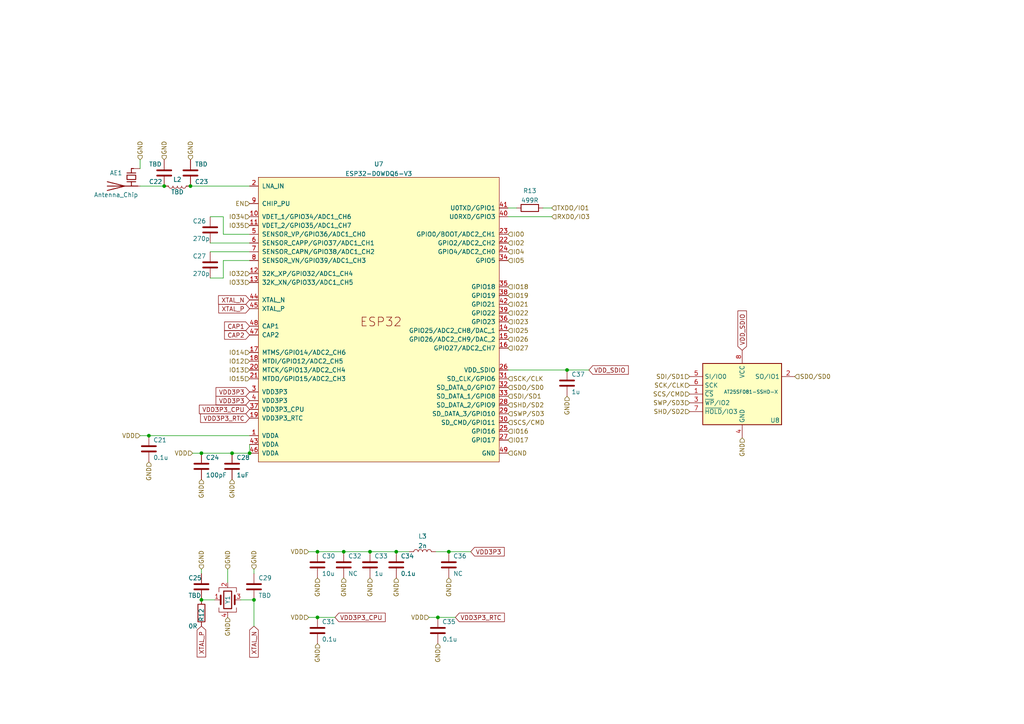
<source format=kicad_sch>
(kicad_sch (version 20211123) (generator eeschema)
  (paper "A4")
  (lib_symbols
    (symbol "Device:Antenna_Chip" (pin_numbers hide) (pin_names (offset 1.016) hide)
      (property "Reference" "AE" (at 0 5.08 0))
      (property "Value" "Antenna_Chip" (at 0 3.175 0))
      (symbol "Antenna_Chip_0_1"
        (polyline (pts (xy -2.54 0) (xy -2.54 -0.635)) (stroke (width 0.254)))
        (polyline (pts (xy -2.54 0) (xy -1.27 0)) (stroke (width 0.254)))
        (polyline (pts (xy 1.27 0) (xy 2.54 0)) (stroke (width 0.254)))
        (polyline (pts (xy 1.27 1.27) (xy 1.27 -1.27)) (stroke (width 0.254)))
        (polyline (pts (xy 2.54 -0.635) (xy 2.54 0)))
        (polyline (pts (xy 2.54 6.985) (xy 2.54 -1.905)) (stroke (width 0.254)))
        (polyline (pts (xy -1.27 1.27) (xy -1.27 -1.27) (xy -1.27 0)) (stroke (width 0.254)))
        (polyline (pts (xy 3.81 6.985) (xy 2.54 1.905) (xy 1.27 6.985)) (stroke (width 0.254)))
        (polyline (pts (xy -0.635 1.27) (xy 0.635 1.27) (xy 0.635 -1.27) (xy -0.635 -1.27) (xy -0.635 1.27)) (stroke (width 0.254)))
      )
      (symbol "Antenna_Chip_1_1"
        (pin input line (at -2.54 -2.54 90) (length 2.54) (name "FEED") (number "1"))
        (pin passive line (at 2.54 -2.54 90) (length 2.54) (name "PCB_Trace") (number "2"))
      )
    )
    (symbol "Device:C" (pin_numbers hide) (pin_names (offset 0.254))
      (property "Reference" "C" (at 0.635 2.54 0))
      (property "Value" "C" (at 0.635 -2.54 0))
      (symbol "C_0_1"
        (polyline (pts (xy -2.032 -0.762) (xy 2.032 -0.762)) (stroke (width 0.508)))
        (polyline (pts (xy -2.032 0.762) (xy 2.032 0.762)) (stroke (width 0.508)))
      )
      (symbol "C_1_1"
        (pin passive line (at 0 3.81 270) (length 2.794) (name "~") (number "1"))
        (pin passive line (at 0 -3.81 90) (length 2.794) (name "~") (number "2"))
      )
    )
    (symbol "Device:Crystal_GND24" (pin_names (offset 1.016) hide)
      (property "Reference" "Y" (at 3.175 5.08 0))
      (property "Value" "Crystal_GND24" (at 3.175 3.175 0))
      (symbol "Crystal_GND24_0_1"
        (rectangle (start -1.143 2.54) (end 1.143 -2.54) (stroke (width 0.3048)))
        (polyline (pts (xy -2.54 0) (xy -2.032 0)))
        (polyline (pts (xy -2.032 -1.27) (xy -2.032 1.27)) (stroke (width 0.508)))
        (polyline (pts (xy 0 -3.81) (xy 0 -3.556)))
        (polyline (pts (xy 0 3.556) (xy 0 3.81)))
        (polyline (pts (xy 2.032 -1.27) (xy 2.032 1.27)) (stroke (width 0.508)))
        (polyline (pts (xy 2.032 0) (xy 2.54 0)))
        (polyline (pts (xy -2.54 -2.286) (xy -2.54 -3.556) (xy 2.54 -3.556) (xy 2.54 -2.286)))
        (polyline (pts (xy -2.54 2.286) (xy -2.54 3.556) (xy 2.54 3.556) (xy 2.54 2.286)))
      )
      (symbol "Crystal_GND24_1_1"
        (pin passive line (at -3.81 0 0) (length 1.27) (name "1") (number "1"))
        (pin passive line (at 0 5.08 270) (length 1.27) (name "2") (number "2"))
        (pin passive line (at 3.81 0 180) (length 1.27) (name "3") (number "3"))
        (pin passive line (at 0 -5.08 90) (length 1.27) (name "4") (number "4"))
      )
    )
    (symbol "Device:L" (pin_numbers hide) (pin_names (offset 1.016) hide)
      (property "Reference" "L" (at -1.27 0 90))
      (property "Value" "L" (at 1.905 0 90))
      (symbol "L_0_1"
        (arc (start 0 -2.54) (mid 0.635 -1.905) (end 0 -1.27))
        (arc (start 0 -1.27) (mid 0.635 -0.635) (end 0 0))
        (arc (start 0 0) (mid 0.635 0.635) (end 0 1.27))
        (arc (start 0 1.27) (mid 0.635 1.905) (end 0 2.54))
      )
      (symbol "L_1_1"
        (pin passive line (at 0 3.81 270) (length 1.27) (name "1") (number "1"))
        (pin passive line (at 0 -3.81 90) (length 1.27) (name "2") (number "2"))
      )
    )
    (symbol "Device:R" (pin_numbers hide) (pin_names (offset 0))
      (property "Reference" "R" (at 2.032 0 90))
      (property "Value" "R" (at 0 0 90))
      (symbol "R_0_1"
        (rectangle (start -1.016 -2.54) (end 1.016 2.54) (stroke (width 0.254)))
      )
      (symbol "R_1_1"
        (pin passive line (at 0 3.81 270) (length 1.27) (name "~") (number "1"))
        (pin passive line (at 0 -3.81 90) (length 1.27) (name "~") (number "2"))
      )
    )
    (symbol "Espressif:ESP32" (pin_names (offset 1.016))
      (property "Reference" "U" (at 0 43.18 0))
      (property "Value" "ESP32" (at 0 -41.91 0))
      (symbol "ESP32_0_0"
        (text "ESP32" (at 1.27 0 0) (effects (font (size 2.54 2.54))))
      )
      (symbol "ESP32_0_1"
        (rectangle (start -34.29 41.91) (end 35.56 -40.64) (fill (type background)))
      )
      (symbol "ESP32_1_1"
        (pin power_in line (at -36.83 -33.02 0) (length 2.54) (name "VDDA") (number "1"))
        (pin input line (at -36.83 30.48 0) (length 2.54) (name "VDET_1/GPIO34/ADC1_CH6") (number "10"))
        (pin input line (at -36.83 27.94 0) (length 2.54) (name "VDET_2/GPIO35/ADC1_CH7") (number "11"))
        (pin bidirectional line (at -36.83 13.97 0) (length 2.54) (name "32K_XP/GPIO32/ADC1_CH4") (number "12"))
        (pin bidirectional line (at -36.83 11.43 0) (length 2.54) (name "32K_XN/GPIO33/ADC1_CH5") (number "13"))
        (pin bidirectional line (at 38.1 -2.54 180) (length 2.54) (name "GPIO25/ADC2_CH8/DAC_1") (number "14"))
        (pin bidirectional line (at 38.1 -5.08 180) (length 2.54) (name "GPIO26/ADC2_CH9/DAC_2") (number "15"))
        (pin bidirectional line (at 38.1 -7.62 180) (length 2.54) (name "GPIO27/ADC2_CH7") (number "16"))
        (pin bidirectional line (at -36.83 -8.89 0) (length 2.54) (name "MTMS/GPIO14/ADC2_CH6") (number "17"))
        (pin bidirectional line (at -36.83 -11.43 0) (length 2.54) (name "MTDI/GPIO12/ADC2_CH5") (number "18"))
        (pin power_in line (at -36.83 -27.94 0) (length 2.54) (name "VDD3P3_RTC") (number "19"))
        (pin bidirectional line (at -36.83 39.37 0) (length 2.54) (name "LNA_IN") (number "2"))
        (pin bidirectional line (at -36.83 -13.97 0) (length 2.54) (name "MTCK/GPIO13/ADC2_CH4") (number "20"))
        (pin bidirectional line (at -36.83 -16.51 0) (length 2.54) (name "MTDO/GPIO15/ADC2_CH3") (number "21"))
        (pin bidirectional line (at 38.1 22.86 180) (length 2.54) (name "GPIO2/ADC2_CH2") (number "22"))
        (pin bidirectional line (at 38.1 25.4 180) (length 2.54) (name "GPIO0/BOOT/ADC2_CH1") (number "23"))
        (pin bidirectional line (at 38.1 20.32 180) (length 2.54) (name "GPIO4/ADC2_CH0") (number "24"))
        (pin bidirectional line (at 38.1 -31.75 180) (length 2.54) (name "GPIO16") (number "25"))
        (pin power_out line (at 38.1 -13.97 180) (length 2.54) (name "VDD_SDIO") (number "26"))
        (pin bidirectional line (at 38.1 -34.29 180) (length 2.54) (name "GPIO17") (number "27"))
        (pin bidirectional line (at 38.1 -24.13 180) (length 2.54) (name "SD_DATA_2/GPIO9") (number "28"))
        (pin bidirectional line (at 38.1 -26.67 180) (length 2.54) (name "SD_DATA_3/GPIO10") (number "29"))
        (pin power_in line (at -36.83 -20.32 0) (length 2.54) (name "VDD3P3") (number "3"))
        (pin bidirectional line (at 38.1 -29.21 180) (length 2.54) (name "SD_CMD/GPIO11") (number "30"))
        (pin bidirectional line (at 38.1 -16.51 180) (length 2.54) (name "SD_CLK/GPIO6") (number "31"))
        (pin bidirectional line (at 38.1 -19.05 180) (length 2.54) (name "SD_DATA_0/GPIO7") (number "32"))
        (pin bidirectional line (at 38.1 -21.59 180) (length 2.54) (name "SD_DATA_1/GPIO8") (number "33"))
        (pin bidirectional line (at 38.1 17.78 180) (length 2.54) (name "GPIO5") (number "34"))
        (pin bidirectional line (at 38.1 10.16 180) (length 2.54) (name "GPIO18") (number "35"))
        (pin bidirectional line (at 38.1 0 180) (length 2.54) (name "GPIO23") (number "36"))
        (pin power_in line (at -36.83 -25.4 0) (length 2.54) (name "VDD3P3_CPU") (number "37"))
        (pin bidirectional line (at 38.1 7.62 180) (length 2.54) (name "GPIO19") (number "38"))
        (pin bidirectional line (at 38.1 2.54 180) (length 2.54) (name "GPIO22") (number "39"))
        (pin power_in line (at -36.83 -22.86 0) (length 2.54) (name "VDD3P3") (number "4"))
        (pin bidirectional line (at 38.1 30.48 180) (length 2.54) (name "U0RXD/GPIO3") (number "40"))
        (pin bidirectional line (at 38.1 33.02 180) (length 2.54) (name "U0TXD/GPIO1") (number "41"))
        (pin bidirectional line (at 38.1 5.08 180) (length 2.54) (name "GPIO21") (number "42"))
        (pin power_in line (at -36.83 -35.56 0) (length 2.54) (name "VDDA") (number "43"))
        (pin output line (at -36.83 6.35 0) (length 2.54) (name "XTAL_N") (number "44"))
        (pin input line (at -36.83 3.81 0) (length 2.54) (name "XTAL_P") (number "45"))
        (pin power_in line (at -36.83 -38.1 0) (length 2.54) (name "VDDA") (number "46"))
        (pin input line (at -36.83 -3.81 0) (length 2.54) (name "CAP2") (number "47"))
        (pin input line (at -36.83 -1.27 0) (length 2.54) (name "CAP1") (number "48"))
        (pin power_in line (at 38.1 -38.1 180) (length 2.54) (name "GND") (number "49"))
        (pin input line (at -36.83 25.4 0) (length 2.54) (name "SENSOR_VP/GPIO36/ADC1_CH0") (number "5"))
        (pin input line (at -36.83 22.86 0) (length 2.54) (name "SENSOR_CAPP/GPIO37/ADC1_CH1") (number "6"))
        (pin input line (at -36.83 20.32 0) (length 2.54) (name "SENSOR_CAPN/GPIO38/ADC1_CH2") (number "7"))
        (pin input line (at -36.83 17.78 0) (length 2.54) (name "SENSOR_VN/GPIO39/ADC1_CH3") (number "8"))
        (pin input line (at -36.83 34.29 0) (length 2.54) (name "CHIP_PU") (number "9"))
      )
    )
    (symbol "Memory_Flash:AT25SF081-SSHD-X"
      (property "Reference" "U" (at 2.54 12.7 0))
      (property "Value" "AT25SF081-SSHD-X" (at 10.16 10.16 0))
      (symbol "AT25SF081-SSHD-X_1_1"
        (rectangle (start -11.43 8.89) (end 11.43 -8.89) (stroke (width 0.254)) (fill (type background)))
        (pin input line (at -15.24 0 0) (length 3.81) (name "~{CS}") (number "1"))
        (pin bidirectional line (at 15.24 5.08 180) (length 3.81) (name "SO/IO1") (number "2"))
        (pin bidirectional line (at -15.24 -2.54 0) (length 3.81) (name "~{WP}/IO2") (number "3"))
        (pin power_in line (at 0 -12.7 90) (length 3.81) (name "GND") (number "4"))
        (pin bidirectional line (at -15.24 5.08 0) (length 3.81) (name "SI/IO0") (number "5"))
        (pin input line (at -15.24 2.54 0) (length 3.81) (name "SCK") (number "6"))
        (pin bidirectional line (at -15.24 -5.08 0) (length 3.81) (name "~{HOLD}/IO3") (number "7"))
        (pin power_in line (at 0 12.7 270) (length 3.81) (name "VCC") (number "8"))
      )
    )
  )
  (junction (at 99.695 160.02))
  (junction (at 114.935 160.02))
  (junction (at 164.465 107.315))
  (junction (at 47.625 53.975))
  (junction (at 127 179.07))
  (junction (at 67.31 131.445))
  (junction (at 92.075 160.02))
  (junction (at 107.315 160.02))
  (junction (at 58.42 173.99))
  (junction (at 43.18 126.365))
  (junction (at 130.175 160.02))
  (junction (at 58.42 131.445))
  (junction (at 72.39 131.445))
  (junction (at 55.245 53.975))
  (junction (at 73.66 173.99))
  (junction (at 92.075 179.07))
  (wire (pts (xy 55.245 53.975) (xy 72.39 53.975)))
  (wire (pts (xy 64.77 62.865) (xy 64.77 67.945)))
  (wire (pts (xy 73.66 173.99) (xy 73.66 181.61)))
  (wire (pts (xy 130.175 160.02) (xy 136.525 160.02)))
  (wire (pts (xy 64.77 75.565) (xy 64.77 80.645)))
  (wire (pts (xy 69.85 173.99) (xy 73.66 173.99)))
  (wire (pts (xy 92.075 160.02) (xy 99.695 160.02)))
  (wire (pts (xy 67.31 131.445) (xy 72.39 131.445)))
  (wire (pts (xy 114.935 160.02) (xy 118.745 160.02)))
  (wire (pts (xy 99.695 160.02) (xy 107.315 160.02)))
  (wire (pts (xy 58.42 131.445) (xy 67.31 131.445)))
  (wire (pts (xy 40.64 48.895) (xy 40.64 46.355)))
  (wire (pts (xy 55.88 131.445) (xy 58.42 131.445)))
  (wire (pts (xy 73.66 165.1) (xy 73.66 166.37)))
  (wire (pts (xy 164.465 107.315) (xy 170.815 107.315)))
  (wire (pts (xy 40.64 53.975) (xy 47.625 53.975)))
  (wire (pts (xy 60.96 73.025) (xy 72.39 73.025)))
  (wire (pts (xy 157.48 60.325) (xy 160.02 60.325)))
  (wire (pts (xy 107.315 160.02) (xy 114.935 160.02)))
  (wire (pts (xy 43.18 126.365) (xy 72.39 126.365)))
  (wire (pts (xy 126.365 160.02) (xy 130.175 160.02)))
  (wire (pts (xy 89.535 160.02) (xy 92.075 160.02)))
  (wire (pts (xy 72.39 128.905) (xy 72.39 131.445)))
  (wire (pts (xy 60.96 62.865) (xy 64.77 62.865)))
  (wire (pts (xy 66.04 165.1) (xy 66.04 168.91)))
  (wire (pts (xy 72.39 75.565) (xy 64.77 75.565)))
  (wire (pts (xy 60.96 70.485) (xy 72.39 70.485)))
  (wire (pts (xy 92.075 179.07) (xy 97.155 179.07)))
  (wire (pts (xy 58.42 165.1) (xy 58.42 166.37)))
  (wire (pts (xy 40.64 126.365) (xy 43.18 126.365)))
  (wire (pts (xy 147.32 60.325) (xy 149.86 60.325)))
  (wire (pts (xy 64.77 80.645) (xy 60.96 80.645)))
  (wire (pts (xy 127 179.07) (xy 132.08 179.07)))
  (wire (pts (xy 147.32 107.315) (xy 164.465 107.315)))
  (wire (pts (xy 64.77 67.945) (xy 72.39 67.945)))
  (wire (pts (xy 147.32 62.865) (xy 160.02 62.865)))
  (wire (pts (xy 58.42 173.99) (xy 62.23 173.99)))
  (wire (pts (xy 89.535 179.07) (xy 92.075 179.07)))
  (wire (pts (xy 124.46 179.07) (xy 127 179.07)))
  (global_label "CAP2" (shape input) (at 72.39 97.155 180) (property "Intersheet References" "${INTERSHEET_REFS}" (effects hide)))
  (global_label "XTAL_P" (shape input) (at 58.42 181.61 270) (property "Intersheet References" "${INTERSHEET_REFS}" (effects hide)))
  (global_label "VDD3P3_RTC" (shape input) (at 72.39 121.285 180) (property "Intersheet References" "${INTERSHEET_REFS}" (effects hide)))
  (global_label "VDD_SDIO" (shape input) (at 170.815 107.315 0) (property "Intersheet References" "${INTERSHEET_REFS}" (effects hide)))
  (global_label "VDD3P3_CPU" (shape input) (at 72.39 118.745 180) (property "Intersheet References" "${INTERSHEET_REFS}" (effects hide)))
  (global_label "VDD3P3_RTC" (shape input) (at 132.08 179.07 0) (property "Intersheet References" "${INTERSHEET_REFS}" (effects hide)))
  (global_label "CAP1" (shape input) (at 72.39 94.615 180) (property "Intersheet References" "${INTERSHEET_REFS}" (effects hide)))
  (global_label "VDD3P3_CPU" (shape input) (at 97.155 179.07 0) (property "Intersheet References" "${INTERSHEET_REFS}" (effects hide)))
  (global_label "XTAL_N" (shape input) (at 72.39 86.995 180) (property "Intersheet References" "${INTERSHEET_REFS}" (effects hide)))
  (global_label "VDD3P3" (shape input) (at 72.39 113.665 180) (property "Intersheet References" "${INTERSHEET_REFS}" (effects hide)))
  (global_label "VDD_SDIO" (shape input) (at 215.265 101.6 90) (property "Intersheet References" "${INTERSHEET_REFS}" (effects hide)))
  (global_label "XTAL_N" (shape input) (at 73.66 181.61 270) (property "Intersheet References" "${INTERSHEET_REFS}" (effects hide)))
  (global_label "VDD3P3" (shape input) (at 72.39 116.205 180) (property "Intersheet References" "${INTERSHEET_REFS}" (effects hide)))
  (global_label "VDD3P3" (shape input) (at 136.525 160.02 0) (property "Intersheet References" "${INTERSHEET_REFS}" (effects hide)))
  (global_label "XTAL_P" (shape input) (at 72.39 89.535 180) (property "Intersheet References" "${INTERSHEET_REFS}" (effects hide)))
  (hierarchical_label "IO32" (shape input) (at 72.39 79.375 180))
  (hierarchical_label "IO14" (shape input) (at 72.39 102.235 180))
  (hierarchical_label "GND" (shape input) (at 92.075 167.64 270))
  (hierarchical_label "SHD{slash}SD2" (shape input) (at 147.32 117.475 0))
  (hierarchical_label "RXD0{slash}IO3" (shape input) (at 160.02 62.865 0))
  (hierarchical_label "SDO{slash}SD0" (shape input) (at 230.505 109.22 0))
  (hierarchical_label "GND" (shape input) (at 66.04 165.1 90))
  (hierarchical_label "GND" (shape input) (at 66.04 179.07 270))
  (hierarchical_label "IO22" (shape input) (at 147.32 90.805 0))
  (hierarchical_label "VDD" (shape input) (at 89.535 160.02 180))
  (hierarchical_label "GND" (shape input) (at 67.31 139.065 270))
  (hierarchical_label "SHD{slash}SD2" (shape input) (at 200.025 119.38 180))
  (hierarchical_label "GND" (shape input) (at 147.32 131.445 0))
  (hierarchical_label "IO15" (shape input) (at 72.39 109.855 180))
  (hierarchical_label "IO19" (shape input) (at 147.32 85.725 0))
  (hierarchical_label "GND" (shape input) (at 114.935 167.64 270))
  (hierarchical_label "SCS{slash}CMD" (shape input) (at 147.32 122.555 0))
  (hierarchical_label "IO23" (shape input) (at 147.32 93.345 0))
  (hierarchical_label "VDD" (shape input) (at 40.64 126.365 180))
  (hierarchical_label "SDO{slash}SD0" (shape input) (at 147.32 112.395 0))
  (hierarchical_label "GND" (shape input) (at 58.42 139.065 270))
  (hierarchical_label "GND" (shape input) (at 164.465 114.935 270))
  (hierarchical_label "VDD" (shape input) (at 124.46 179.07 180))
  (hierarchical_label "EN" (shape input) (at 72.39 59.055 180))
  (hierarchical_label "SCS{slash}CMD" (shape input) (at 200.025 114.3 180))
  (hierarchical_label "SDI{slash}SD1" (shape input) (at 147.32 114.935 0))
  (hierarchical_label "GND" (shape input) (at 55.245 46.355 90))
  (hierarchical_label "IO34" (shape input) (at 72.39 62.865 180))
  (hierarchical_label "SWP{slash}SD3" (shape input) (at 147.32 120.015 0))
  (hierarchical_label "IO27" (shape input) (at 147.32 100.965 0))
  (hierarchical_label "IO0" (shape input) (at 147.32 67.945 0))
  (hierarchical_label "IO13" (shape input) (at 72.39 107.315 180))
  (hierarchical_label "IO16" (shape input) (at 147.32 125.095 0))
  (hierarchical_label "GND" (shape input) (at 43.18 133.985 270))
  (hierarchical_label "GND" (shape input) (at 73.66 165.1 90))
  (hierarchical_label "SDI{slash}SD1" (shape input) (at 200.025 109.22 180))
  (hierarchical_label "SWP{slash}SD3" (shape input) (at 200.025 116.84 180))
  (hierarchical_label "GND" (shape input) (at 130.175 167.64 270))
  (hierarchical_label "GND" (shape input) (at 47.625 46.355 90))
  (hierarchical_label "IO21" (shape input) (at 147.32 88.265 0))
  (hierarchical_label "GND" (shape input) (at 107.315 167.64 270))
  (hierarchical_label "IO4" (shape input) (at 147.32 73.025 0))
  (hierarchical_label "GND" (shape input) (at 92.075 186.69 270))
  (hierarchical_label "IO18" (shape input) (at 147.32 83.185 0))
  (hierarchical_label "GND" (shape input) (at 58.42 165.1 90))
  (hierarchical_label "IO33" (shape input) (at 72.39 81.915 180))
  (hierarchical_label "IO12" (shape input) (at 72.39 104.775 180))
  (hierarchical_label "VDD" (shape input) (at 55.88 131.445 180))
  (hierarchical_label "TXDO{slash}IO1" (shape input) (at 160.02 60.325 0))
  (hierarchical_label "IO2" (shape input) (at 147.32 70.485 0))
  (hierarchical_label "IO35" (shape input) (at 72.39 65.405 180))
  (hierarchical_label "IO25" (shape input) (at 147.32 95.885 0))
  (hierarchical_label "GND" (shape input) (at 127 186.69 270))
  (hierarchical_label "SCK{slash}CLK" (shape input) (at 147.32 109.855 0))
  (hierarchical_label "IO5" (shape input) (at 147.32 75.565 0))
  (hierarchical_label "IO17" (shape input) (at 147.32 127.635 0))
  (hierarchical_label "GND" (shape input) (at 40.64 46.355 90))
  (hierarchical_label "IO26" (shape input) (at 147.32 98.425 0))
  (hierarchical_label "GND" (shape input) (at 99.695 167.64 270))
  (hierarchical_label "VDD" (shape input) (at 89.535 179.07 180))
  (hierarchical_label "GND" (shape input) (at 215.265 127 270))
  (hierarchical_label "SCK{slash}CLK" (shape input) (at 200.025 111.76 180))
  (symbol (lib_id "Device:L") (at 122.555 160.02 90) (unit 1)
    (property "Reference" "L3" (at 122.555 155.5455 90))
    (property "Value" "2n" (at 122.555 158.3206 90))
    (property "Footprint" "Inductor_SMD:L_0603_1608Metric" (effects hide))
  )
  (symbol (lib_id "Device:C") (at 55.245 50.165 0) (mirror x) (unit 1)
    (property "Reference" "C23" (at 56.515 52.705 0) (effects (justify left)))
    (property "Value" "TBD" (at 56.515 47.625 0) (effects (justify left)))
    (property "Footprint" "Capacitor_SMD:C_0603_1608Metric" (effects hide))
  )
  (symbol (lib_id "Device:R") (at 153.67 60.325 90) (unit 1)
    (property "Reference" "R13" (at 153.67 55.3425 90))
    (property "Value" "499R" (at 153.67 58.1176 90))
    (property "Footprint" "Resistor_SMD:R_0603_1608Metric" (effects hide))
  )
  (symbol (lib_id "Device:C") (at 47.625 50.165 0) (mirror x) (unit 1)
    (property "Reference" "C22" (at 43.18 52.705 0) (effects (justify left)))
    (property "Value" "TBD" (at 43.18 47.625 0) (effects (justify left)))
    (property "Footprint" "Capacitor_SMD:C_0603_1608Metric" (effects hide))
  )
  (symbol (lib_id "Device:C") (at 60.96 66.675 0) (unit 1)
    (property "Reference" "C26" (at 55.88 64.135 0) (effects (justify left)))
    (property "Value" "270p" (at 55.88 69.215 0) (effects (justify left)))
    (property "Footprint" "Capacitor_SMD:C_0603_1608Metric" (effects hide))
  )
  (symbol (lib_id "Memory_Flash:AT25SF081-SSHD-X") (at 215.265 114.3 0) (unit 1)
    (property "Reference" "U8" (at 224.79 121.92 0))
    (property "Value" "AT25SF081-SSHD-X" (at 217.805 113.665 0) (effects (font (size 1 1))))
    (property "Footprint" "Package_SO:SOIC-8_3.9x4.9mm_P1.27mm" (effects hide))
    (property "Datasheet" "https://www.adestotech.com/wp-content/uploads/DS-AT25SF081_045.pdf" (effects hide))
  )
  (symbol (lib_id "Device:C") (at 43.18 130.175 0) (unit 1)
    (property "Reference" "C21" (at 44.45 127.635 0) (effects (justify left)))
    (property "Value" "0.1u" (at 44.45 132.715 0) (effects (justify left)))
    (property "Footprint" "Capacitor_SMD:C_0603_1608Metric" (effects hide))
  )
  (symbol (lib_id "Device:C") (at 67.31 135.255 0) (unit 1)
    (property "Reference" "C28" (at 68.58 132.715 0) (effects (justify left)))
    (property "Value" "1uF" (at 68.58 137.795 0) (effects (justify left)))
    (property "Footprint" "Capacitor_SMD:C_0603_1608Metric" (effects hide))
  )
  (symbol (lib_id "Device:C") (at 130.175 163.83 0) (unit 1)
    (property "Reference" "C36" (at 131.445 161.29 0) (effects (justify left)))
    (property "Value" "NC" (at 131.445 166.37 0) (effects (justify left)))
    (property "Footprint" "Capacitor_SMD:C_0603_1608Metric" (effects hide))
  )
  (symbol (lib_id "Device:R") (at 58.42 177.8 180) (unit 1)
    (property "Reference" "R12" (at 58.42 180.34 90) (effects (justify right)))
    (property "Value" "0R" (at 54.61 181.61 0) (effects (justify right)))
    (property "Footprint" "Resistor_SMD:R_0603_1608Metric" (effects hide))
  )
  (symbol (lib_id "Device:C") (at 99.695 163.83 0) (unit 1)
    (property "Reference" "C32" (at 100.965 161.29 0) (effects (justify left)))
    (property "Value" "NC" (at 100.965 166.37 0) (effects (justify left)))
    (property "Footprint" "Capacitor_SMD:C_0603_1608Metric" (effects hide))
  )
  (symbol (lib_id "Device:C") (at 60.96 76.835 0) (unit 1)
    (property "Reference" "C27" (at 55.88 74.295 0) (effects (justify left)))
    (property "Value" "270p" (at 55.88 79.375 0) (effects (justify left)))
    (property "Footprint" "Capacitor_SMD:C_0603_1608Metric" (effects hide))
  )
  (symbol (lib_id "Device:C") (at 107.315 163.83 0) (unit 1)
    (property "Reference" "C33" (at 108.585 161.29 0) (effects (justify left)))
    (property "Value" "1u" (at 108.585 166.37 0) (effects (justify left)))
    (property "Footprint" "Capacitor_SMD:C_0603_1608Metric" (effects hide))
  )
  (symbol (lib_id "Device:C") (at 58.42 170.18 0) (unit 1)
    (property "Reference" "C25" (at 54.61 167.64 0) (effects (justify left)))
    (property "Value" "TBD" (at 54.61 172.72 0) (effects (justify left)))
    (property "Footprint" "Capacitor_SMD:C_0603_1608Metric" (effects hide))
  )
  (symbol (lib_id "Device:C") (at 114.935 163.83 0) (unit 1)
    (property "Reference" "C34" (at 116.205 161.29 0) (effects (justify left)))
    (property "Value" "0.1u" (at 116.205 166.37 0) (effects (justify left)))
    (property "Footprint" "Capacitor_SMD:C_0603_1608Metric" (effects hide))
  )
  (symbol (lib_id "Device:C") (at 92.075 163.83 0) (unit 1)
    (property "Reference" "C30" (at 93.345 161.29 0) (effects (justify left)))
    (property "Value" "10u" (at 93.345 166.37 0) (effects (justify left)))
    (property "Footprint" "Capacitor_SMD:C_0603_1608Metric" (effects hide))
  )
  (symbol (lib_id "Device:L") (at 51.435 53.975 90) (mirror x) (unit 1)
    (property "Reference" "L2" (at 51.435 52.07 90))
    (property "Value" "TBD" (at 51.435 55.6744 90))
    (property "Footprint" "Inductor_SMD:L_0603_1608Metric" (effects hide))
  )
  (symbol (lib_id "Device:C") (at 164.465 111.125 0) (unit 1)
    (property "Reference" "C37" (at 165.735 108.585 0) (effects (justify left)))
    (property "Value" "1u" (at 165.735 113.665 0) (effects (justify left)))
    (property "Footprint" "Capacitor_SMD:C_0603_1608Metric" (effects hide))
  )
  (symbol (lib_id "Device:C") (at 92.075 182.88 0) (unit 1)
    (property "Reference" "C31" (at 93.345 180.34 0) (effects (justify left)))
    (property "Value" "0.1u" (at 93.345 185.42 0) (effects (justify left)))
    (property "Footprint" "Capacitor_SMD:C_0603_1608Metric" (effects hide))
  )
  (symbol (lib_id "Device:Antenna_Chip") (at 38.1 51.435 90) (mirror x) (unit 1)
    (property "Reference" "AE1" (at 33.655 50.165 90))
    (property "Value" "Antenna_Chip" (at 33.655 56.515 90))
    (property "Footprint" "RF_Antenna:Johanson_2450AT18x100" (effects hide))
  )
  (symbol (lib_id "Espressif:ESP32") (at 109.22 93.345 0) (unit 1)
    (property "Reference" "U7" (at 109.855 47.5955 0))
    (property "Value" "ESP32-D0WDQ6-V3" (at 109.855 50.3706 0))
    (property "Footprint" "Package_DFN_QFN:QFN-48-1EP_6x6mm_P0.4mm_EP4.3x4.3mm" (effects hide))
    (property "Datasheet" "https://www.espressif.com/sites/default/files/documentation/esp32_datasheet_en.pdf" (effects hide))
  )
  (symbol (lib_id "Device:C") (at 58.42 135.255 0) (unit 1)
    (property "Reference" "C24" (at 59.69 132.715 0) (effects (justify left)))
    (property "Value" "100pF" (at 59.69 137.795 0) (effects (justify left)))
    (property "Footprint" "Capacitor_SMD:C_0603_1608Metric" (effects hide))
  )
  (symbol (lib_id "Device:Crystal_GND24") (at 66.04 173.99 0) (unit 1)
    (property "Reference" "Y1" (at 66.04 173.99 90))
    (property "Value" "Crystal_GND24" (effects hide))
    (property "Footprint" "Crystal:Crystal_SMD_0603-4Pin_6.0x3.5mm" (effects hide))
  )
  (symbol (lib_id "Device:C") (at 127 182.88 0) (unit 1)
    (property "Reference" "C35" (at 128.27 180.34 0) (effects (justify left)))
    (property "Value" "0.1u" (at 128.27 185.42 0) (effects (justify left)))
    (property "Footprint" "Capacitor_SMD:C_0603_1608Metric" (effects hide))
  )
  (symbol (lib_id "Device:C") (at 73.66 170.18 0) (unit 1)
    (property "Reference" "C29" (at 74.93 167.64 0) (effects (justify left)))
    (property "Value" "TBD" (at 74.93 172.72 0) (effects (justify left)))
    (property "Footprint" "Capacitor_SMD:C_0603_1608Metric" (effects hide))
  )
)
</source>
